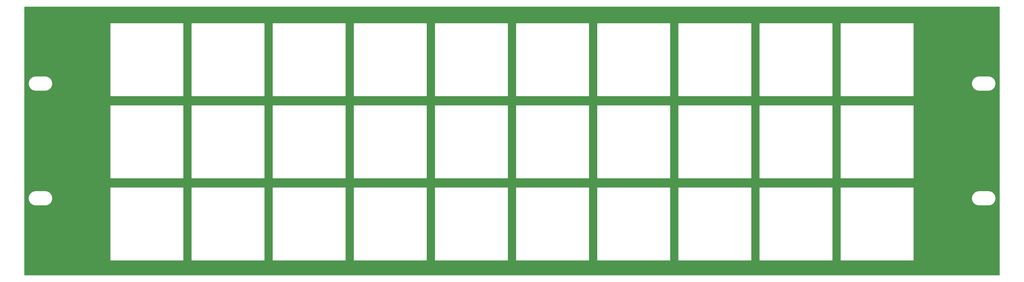
<source format=gbl>
G04 Layer: BottomLayer*
G04 EasyEDA v6.5.34, 2023-08-21 18:11:39*
G04 7281ce948e4441dfa34a971b937f5717,5a6b42c53f6a479593ecc07194224c93,10*
G04 Gerber Generator version 0.2*
G04 Scale: 100 percent, Rotated: No, Reflected: No *
G04 Dimensions in millimeters *
G04 leading zeros omitted , absolute positions ,4 integer and 5 decimal *
%FSLAX45Y45*%
%MOMM*%

%ADD10C,3.0000*%

%LPD*%
G36*
X22098Y0D02*
G01*
X18186Y762D01*
X14935Y2997D01*
X12700Y6248D01*
X11938Y10160D01*
X11938Y13277850D01*
X12700Y13281761D01*
X14935Y13285063D01*
X18186Y13287248D01*
X22098Y13288010D01*
X48241915Y13288010D01*
X48245776Y13287248D01*
X48249078Y13285063D01*
X48251262Y13281761D01*
X48252075Y13277850D01*
X48252075Y10160D01*
X48251262Y6248D01*
X48249078Y2997D01*
X48245776Y762D01*
X48241915Y0D01*
G37*

%LPC*%
G36*
X36398758Y4800092D02*
G01*
X39953641Y4800092D01*
X39959940Y4800803D01*
X39965426Y4802733D01*
X39970303Y4805781D01*
X39974418Y4809896D01*
X39977466Y4814773D01*
X39979396Y4820259D01*
X39980108Y4826558D01*
X39980108Y8381441D01*
X39979396Y8387740D01*
X39977466Y8393226D01*
X39974418Y8398103D01*
X39970303Y8402218D01*
X39965426Y8405266D01*
X39959940Y8407196D01*
X39953641Y8407908D01*
X36398758Y8407908D01*
X36392459Y8407196D01*
X36386973Y8405266D01*
X36382096Y8402218D01*
X36377981Y8398103D01*
X36374933Y8393226D01*
X36373003Y8387740D01*
X36372292Y8381441D01*
X36372292Y4826558D01*
X36373003Y4820259D01*
X36374933Y4814773D01*
X36377981Y4809896D01*
X36382096Y4805781D01*
X36386973Y4802733D01*
X36392459Y4800803D01*
G37*
G36*
X20345958Y736092D02*
G01*
X23900841Y736092D01*
X23907140Y736803D01*
X23912626Y738682D01*
X23917503Y741781D01*
X23921618Y745896D01*
X23924666Y750773D01*
X23926596Y756259D01*
X23927308Y762558D01*
X23927308Y4317441D01*
X23926596Y4323740D01*
X23924666Y4329226D01*
X23921618Y4334103D01*
X23917503Y4338218D01*
X23912626Y4341266D01*
X23907140Y4343196D01*
X23900841Y4343908D01*
X20345958Y4343908D01*
X20339659Y4343196D01*
X20334173Y4341266D01*
X20329296Y4338218D01*
X20325181Y4334103D01*
X20322133Y4329226D01*
X20320203Y4323740D01*
X20319492Y4317441D01*
X20319492Y762558D01*
X20320203Y756259D01*
X20322133Y750773D01*
X20325181Y745896D01*
X20329296Y741781D01*
X20334173Y738682D01*
X20339659Y736803D01*
G37*
G36*
X28372358Y736092D02*
G01*
X31927241Y736092D01*
X31933540Y736803D01*
X31939026Y738733D01*
X31943903Y741781D01*
X31948018Y745896D01*
X31951066Y750773D01*
X31952996Y756259D01*
X31953708Y762558D01*
X31953708Y4317441D01*
X31952996Y4323740D01*
X31951066Y4329226D01*
X31948018Y4334103D01*
X31943903Y4338218D01*
X31939026Y4341266D01*
X31933540Y4343196D01*
X31927241Y4343908D01*
X28372358Y4343908D01*
X28366059Y4343196D01*
X28360573Y4341266D01*
X28355696Y4338218D01*
X28351581Y4334103D01*
X28348533Y4329226D01*
X28346603Y4323740D01*
X28345892Y4317441D01*
X28345892Y762558D01*
X28346603Y756259D01*
X28348533Y750773D01*
X28351581Y745896D01*
X28355696Y741781D01*
X28360573Y738733D01*
X28366059Y736803D01*
G37*
G36*
X16332758Y736092D02*
G01*
X19887641Y736092D01*
X19893940Y736803D01*
X19899426Y738682D01*
X19904303Y741781D01*
X19908418Y745896D01*
X19911466Y750773D01*
X19913396Y756259D01*
X19914108Y762558D01*
X19914108Y4317441D01*
X19913396Y4323740D01*
X19911466Y4329226D01*
X19908418Y4334103D01*
X19904303Y4338218D01*
X19899426Y4341266D01*
X19893940Y4343196D01*
X19887641Y4343908D01*
X16332758Y4343908D01*
X16326459Y4343196D01*
X16320973Y4341266D01*
X16316096Y4338218D01*
X16311981Y4334103D01*
X16308933Y4329226D01*
X16307003Y4323740D01*
X16306292Y4317441D01*
X16306292Y762558D01*
X16307003Y756259D01*
X16308933Y750773D01*
X16311981Y745896D01*
X16316096Y741781D01*
X16320973Y738682D01*
X16326459Y736803D01*
G37*
G36*
X32385558Y736092D02*
G01*
X35940441Y736092D01*
X35946740Y736803D01*
X35952226Y738733D01*
X35957103Y741781D01*
X35961218Y745896D01*
X35964266Y750773D01*
X35966196Y756259D01*
X35966908Y762558D01*
X35966908Y4317441D01*
X35966196Y4323740D01*
X35964266Y4329226D01*
X35961218Y4334103D01*
X35957103Y4338218D01*
X35952226Y4341266D01*
X35946740Y4343196D01*
X35940441Y4343908D01*
X32385558Y4343908D01*
X32379259Y4343196D01*
X32373773Y4341266D01*
X32368896Y4338218D01*
X32364781Y4334103D01*
X32361733Y4329226D01*
X32359803Y4323740D01*
X32359092Y4317441D01*
X32359092Y762558D01*
X32359803Y756259D01*
X32361733Y750773D01*
X32364781Y745896D01*
X32368896Y741781D01*
X32373773Y738733D01*
X32379259Y736803D01*
G37*
G36*
X12319558Y736092D02*
G01*
X15874441Y736092D01*
X15880740Y736803D01*
X15886226Y738682D01*
X15891103Y741781D01*
X15895218Y745896D01*
X15898266Y750773D01*
X15900196Y756259D01*
X15900907Y762558D01*
X15900907Y4317441D01*
X15900196Y4323740D01*
X15898266Y4329226D01*
X15895218Y4334103D01*
X15891103Y4338218D01*
X15886226Y4341266D01*
X15880740Y4343196D01*
X15874441Y4343908D01*
X12319558Y4343908D01*
X12313259Y4343196D01*
X12307773Y4341266D01*
X12302896Y4338218D01*
X12298781Y4334103D01*
X12295733Y4329226D01*
X12293803Y4323740D01*
X12293092Y4317441D01*
X12293092Y762558D01*
X12293803Y756259D01*
X12295733Y750773D01*
X12298781Y745896D01*
X12302896Y741781D01*
X12307773Y738682D01*
X12313259Y736803D01*
G37*
G36*
X36398758Y736092D02*
G01*
X39953641Y736092D01*
X39959940Y736803D01*
X39965426Y738733D01*
X39970303Y741781D01*
X39974418Y745896D01*
X39977466Y750773D01*
X39979396Y756259D01*
X39980108Y762558D01*
X39980108Y4317441D01*
X39979396Y4323740D01*
X39977466Y4329226D01*
X39974418Y4334103D01*
X39970303Y4338218D01*
X39965426Y4341266D01*
X39959940Y4343196D01*
X39953641Y4343908D01*
X36398758Y4343908D01*
X36392459Y4343196D01*
X36386973Y4341266D01*
X36382096Y4338218D01*
X36377981Y4334103D01*
X36374933Y4329226D01*
X36373003Y4323740D01*
X36372292Y4317441D01*
X36372292Y762558D01*
X36373003Y756259D01*
X36374933Y750773D01*
X36377981Y745896D01*
X36382096Y741781D01*
X36386973Y738733D01*
X36392459Y736803D01*
G37*
G36*
X8306358Y736092D02*
G01*
X11861241Y736092D01*
X11867540Y736803D01*
X11873026Y738682D01*
X11877903Y741781D01*
X11882018Y745896D01*
X11885066Y750773D01*
X11886996Y756259D01*
X11887708Y762558D01*
X11887708Y4317441D01*
X11886996Y4323740D01*
X11885066Y4329226D01*
X11882018Y4334103D01*
X11877903Y4338218D01*
X11873026Y4341266D01*
X11867540Y4343196D01*
X11861241Y4343908D01*
X8306358Y4343908D01*
X8300059Y4343196D01*
X8294573Y4341266D01*
X8289696Y4338218D01*
X8285581Y4334103D01*
X8282533Y4329226D01*
X8280603Y4323740D01*
X8279892Y4317441D01*
X8279892Y762558D01*
X8280603Y756259D01*
X8282533Y750773D01*
X8285581Y745896D01*
X8289696Y741781D01*
X8294573Y738682D01*
X8300059Y736803D01*
G37*
G36*
X40411958Y736092D02*
G01*
X43966841Y736092D01*
X43973140Y736803D01*
X43978626Y738733D01*
X43983503Y741781D01*
X43987618Y745896D01*
X43990666Y750773D01*
X43992596Y756259D01*
X43993308Y762558D01*
X43993308Y4317441D01*
X43992596Y4323740D01*
X43990666Y4329226D01*
X43987618Y4334103D01*
X43983503Y4338218D01*
X43978626Y4341266D01*
X43973140Y4343196D01*
X43966841Y4343908D01*
X40411958Y4343908D01*
X40405659Y4343196D01*
X40400173Y4341266D01*
X40395296Y4338218D01*
X40391181Y4334103D01*
X40388133Y4329226D01*
X40386203Y4323740D01*
X40385492Y4317441D01*
X40385492Y762558D01*
X40386203Y756259D01*
X40388133Y750773D01*
X40391181Y745896D01*
X40395296Y741781D01*
X40400173Y738733D01*
X40405659Y736803D01*
G37*
G36*
X4293158Y736092D02*
G01*
X7848041Y736092D01*
X7854340Y736803D01*
X7859826Y738682D01*
X7864703Y741781D01*
X7868818Y745896D01*
X7871866Y750773D01*
X7873796Y756259D01*
X7874508Y762558D01*
X7874508Y4317441D01*
X7873796Y4323740D01*
X7871866Y4329226D01*
X7868818Y4334103D01*
X7864703Y4338218D01*
X7859826Y4341266D01*
X7854340Y4343196D01*
X7848041Y4343908D01*
X4293158Y4343908D01*
X4286859Y4343196D01*
X4281373Y4341266D01*
X4276496Y4338218D01*
X4272381Y4334103D01*
X4269333Y4329226D01*
X4267403Y4323740D01*
X4266692Y4317441D01*
X4266692Y762558D01*
X4267403Y756259D01*
X4269333Y750773D01*
X4272381Y745896D01*
X4276496Y741781D01*
X4281373Y738682D01*
X4286859Y736803D01*
G37*
G36*
X47233687Y3458921D02*
G01*
X47238513Y3459073D01*
X47686061Y3459073D01*
X47690887Y3458921D01*
X47717151Y3459886D01*
X47743211Y3462832D01*
X47769018Y3467709D01*
X47794367Y3474516D01*
X47819157Y3483152D01*
X47843236Y3493668D01*
X47866452Y3505962D01*
X47888652Y3519932D01*
X47909784Y3535476D01*
X47929698Y3552647D01*
X47948291Y3571189D01*
X47965410Y3591102D01*
X47981006Y3612235D01*
X47994976Y3634435D01*
X48007219Y3657650D01*
X48017734Y3681729D01*
X48026421Y3706520D01*
X48033178Y3731869D01*
X48038054Y3757676D01*
X48041001Y3783787D01*
X48042017Y3810000D01*
X48041001Y3836212D01*
X48038054Y3862324D01*
X48033178Y3888130D01*
X48026421Y3913479D01*
X48017734Y3938270D01*
X48007219Y3962349D01*
X47994976Y3985564D01*
X47981006Y4007764D01*
X47965410Y4028897D01*
X47948291Y4048810D01*
X47929698Y4067352D01*
X47909784Y4084523D01*
X47888652Y4100068D01*
X47866452Y4114037D01*
X47843236Y4126331D01*
X47819157Y4136847D01*
X47794367Y4145483D01*
X47769018Y4152290D01*
X47743211Y4157167D01*
X47717151Y4160113D01*
X47690887Y4161078D01*
X47685401Y4160875D01*
X47239174Y4160875D01*
X47233687Y4161078D01*
X47207474Y4160113D01*
X47181363Y4157167D01*
X47155557Y4152290D01*
X47130208Y4145483D01*
X47105417Y4136847D01*
X47081338Y4126331D01*
X47058122Y4114037D01*
X47035923Y4100068D01*
X47014790Y4084523D01*
X46994876Y4067352D01*
X46976334Y4048810D01*
X46959215Y4028897D01*
X46943619Y4007764D01*
X46929649Y3985564D01*
X46917356Y3962349D01*
X46906891Y3938270D01*
X46898204Y3913479D01*
X46891397Y3888130D01*
X46886520Y3862324D01*
X46883574Y3836212D01*
X46882608Y3810000D01*
X46883574Y3783787D01*
X46886520Y3757676D01*
X46891397Y3731869D01*
X46898204Y3706520D01*
X46906891Y3681729D01*
X46917356Y3657650D01*
X46929649Y3634435D01*
X46943619Y3612235D01*
X46959215Y3591102D01*
X46976334Y3571189D01*
X46994876Y3552647D01*
X47014790Y3535476D01*
X47035923Y3519932D01*
X47058122Y3505962D01*
X47081338Y3493668D01*
X47105417Y3483152D01*
X47130208Y3474516D01*
X47155557Y3467709D01*
X47181363Y3462832D01*
X47207474Y3459886D01*
G37*
G36*
X579221Y9135821D02*
G01*
X583996Y9135973D01*
X1031951Y9135973D01*
X1036421Y9135821D01*
X1062634Y9136786D01*
X1088745Y9139732D01*
X1114501Y9144609D01*
X1139901Y9151416D01*
X1164691Y9160052D01*
X1188720Y9170568D01*
X1211935Y9182862D01*
X1234186Y9196832D01*
X1255318Y9212376D01*
X1275232Y9229547D01*
X1293774Y9248089D01*
X1310894Y9268002D01*
X1326489Y9289135D01*
X1340459Y9311335D01*
X1352753Y9334550D01*
X1363218Y9358630D01*
X1371904Y9383420D01*
X1378712Y9408769D01*
X1383588Y9434576D01*
X1386535Y9460687D01*
X1387500Y9486900D01*
X1386535Y9513112D01*
X1383588Y9539224D01*
X1378712Y9565030D01*
X1371904Y9590379D01*
X1363218Y9615170D01*
X1352753Y9639249D01*
X1340459Y9662464D01*
X1326489Y9684664D01*
X1310894Y9705797D01*
X1293774Y9725710D01*
X1275232Y9744252D01*
X1255318Y9761423D01*
X1234186Y9776968D01*
X1211935Y9790938D01*
X1188720Y9803231D01*
X1164691Y9813747D01*
X1139901Y9822383D01*
X1114501Y9829190D01*
X1088745Y9834067D01*
X1062634Y9837013D01*
X1036421Y9837978D01*
X1030884Y9837775D01*
X584708Y9837775D01*
X579221Y9837978D01*
X552958Y9837013D01*
X526846Y9834067D01*
X501091Y9829190D01*
X475691Y9822383D01*
X450951Y9813747D01*
X426872Y9803231D01*
X403656Y9790938D01*
X381406Y9776968D01*
X360273Y9761423D01*
X340410Y9744252D01*
X321818Y9725710D01*
X304698Y9705797D01*
X289102Y9684664D01*
X275132Y9662464D01*
X262890Y9639249D01*
X252374Y9615170D01*
X243687Y9590379D01*
X236880Y9565030D01*
X232003Y9539224D01*
X229057Y9513112D01*
X228092Y9486900D01*
X229057Y9460687D01*
X232003Y9434576D01*
X236880Y9408769D01*
X243687Y9383420D01*
X252374Y9358630D01*
X262890Y9334550D01*
X275132Y9311335D01*
X289102Y9289135D01*
X304698Y9268002D01*
X321818Y9248089D01*
X340410Y9229547D01*
X360273Y9212376D01*
X381406Y9196832D01*
X403656Y9182862D01*
X426872Y9170568D01*
X450951Y9160052D01*
X475691Y9151416D01*
X501091Y9144609D01*
X526846Y9139732D01*
X552958Y9136786D01*
G37*
G36*
X579221Y3458921D02*
G01*
X583996Y3459073D01*
X1031595Y3459073D01*
X1036421Y3458921D01*
X1062634Y3459886D01*
X1088745Y3462832D01*
X1114501Y3467709D01*
X1139901Y3474516D01*
X1164691Y3483152D01*
X1188720Y3493668D01*
X1211935Y3505962D01*
X1234186Y3519932D01*
X1255318Y3535476D01*
X1275232Y3552647D01*
X1293774Y3571189D01*
X1310894Y3591102D01*
X1326489Y3612235D01*
X1340459Y3634435D01*
X1352753Y3657650D01*
X1363218Y3681729D01*
X1371904Y3706520D01*
X1378712Y3731869D01*
X1383588Y3757676D01*
X1386535Y3783787D01*
X1387500Y3810000D01*
X1386535Y3836212D01*
X1383588Y3862324D01*
X1378712Y3888130D01*
X1371904Y3913479D01*
X1363218Y3938270D01*
X1352753Y3962349D01*
X1340459Y3985564D01*
X1326489Y4007764D01*
X1310894Y4028897D01*
X1293774Y4048810D01*
X1275232Y4067352D01*
X1255318Y4084523D01*
X1234186Y4100068D01*
X1211935Y4114037D01*
X1188720Y4126331D01*
X1164691Y4136847D01*
X1139901Y4145483D01*
X1114501Y4152290D01*
X1088745Y4157167D01*
X1062634Y4160113D01*
X1036421Y4161078D01*
X1030884Y4160875D01*
X584708Y4160875D01*
X579221Y4161078D01*
X552958Y4160113D01*
X526846Y4157167D01*
X501091Y4152290D01*
X475691Y4145483D01*
X450951Y4136847D01*
X426872Y4126331D01*
X403656Y4114037D01*
X381406Y4100068D01*
X360273Y4084523D01*
X340410Y4067352D01*
X321818Y4048810D01*
X304698Y4028897D01*
X289102Y4007764D01*
X275132Y3985564D01*
X262890Y3962349D01*
X252374Y3938270D01*
X243687Y3913479D01*
X236880Y3888130D01*
X232003Y3862324D01*
X229057Y3836212D01*
X228092Y3810000D01*
X229057Y3783787D01*
X232003Y3757676D01*
X236880Y3731869D01*
X243687Y3706520D01*
X252374Y3681729D01*
X262890Y3657650D01*
X275132Y3634435D01*
X289102Y3612235D01*
X304698Y3591102D01*
X321818Y3571189D01*
X340410Y3552647D01*
X360273Y3535476D01*
X381406Y3519932D01*
X403656Y3505962D01*
X426872Y3493668D01*
X450951Y3483152D01*
X475691Y3474516D01*
X501091Y3467709D01*
X526846Y3462832D01*
X552958Y3459886D01*
G37*
G36*
X47233687Y9135821D02*
G01*
X47238513Y9135973D01*
X47686061Y9135973D01*
X47690887Y9135821D01*
X47717151Y9136786D01*
X47743211Y9139732D01*
X47769018Y9144609D01*
X47794367Y9151416D01*
X47819157Y9160052D01*
X47843236Y9170568D01*
X47866452Y9182862D01*
X47888652Y9196832D01*
X47909784Y9212376D01*
X47929698Y9229547D01*
X47948291Y9248089D01*
X47965410Y9268002D01*
X47981006Y9289135D01*
X47994976Y9311335D01*
X48007219Y9334550D01*
X48017734Y9358630D01*
X48026421Y9383420D01*
X48033178Y9408769D01*
X48038054Y9434576D01*
X48041001Y9460687D01*
X48042017Y9486900D01*
X48041001Y9513112D01*
X48038054Y9539224D01*
X48033178Y9565030D01*
X48026421Y9590379D01*
X48017734Y9615170D01*
X48007219Y9639249D01*
X47994976Y9662464D01*
X47981006Y9684664D01*
X47965410Y9705797D01*
X47948291Y9725710D01*
X47929698Y9744252D01*
X47909784Y9761423D01*
X47888652Y9776968D01*
X47866452Y9790938D01*
X47843236Y9803231D01*
X47819157Y9813747D01*
X47794367Y9822383D01*
X47769018Y9829190D01*
X47743211Y9834067D01*
X47717151Y9837013D01*
X47690887Y9837978D01*
X47685401Y9837775D01*
X47239174Y9837775D01*
X47233687Y9837978D01*
X47207474Y9837013D01*
X47181363Y9834067D01*
X47155557Y9829190D01*
X47130208Y9822383D01*
X47105417Y9813747D01*
X47081338Y9803231D01*
X47058122Y9790938D01*
X47035923Y9776968D01*
X47014790Y9761423D01*
X46994876Y9744252D01*
X46976334Y9725710D01*
X46959215Y9705797D01*
X46943619Y9684664D01*
X46929649Y9662464D01*
X46917356Y9639249D01*
X46906891Y9615170D01*
X46898204Y9590379D01*
X46891397Y9565030D01*
X46886520Y9539224D01*
X46883574Y9513112D01*
X46882608Y9486900D01*
X46883574Y9460687D01*
X46886520Y9434576D01*
X46891397Y9408769D01*
X46898204Y9383420D01*
X46906891Y9358630D01*
X46917356Y9334550D01*
X46929649Y9311335D01*
X46943619Y9289135D01*
X46959215Y9268002D01*
X46976334Y9248089D01*
X46994876Y9229547D01*
X47014790Y9212376D01*
X47035923Y9196832D01*
X47058122Y9182862D01*
X47081338Y9170568D01*
X47105417Y9160052D01*
X47130208Y9151416D01*
X47155557Y9144609D01*
X47181363Y9139732D01*
X47207474Y9136786D01*
G37*
G36*
X24359158Y8864092D02*
G01*
X27914041Y8864092D01*
X27920340Y8864803D01*
X27925826Y8866733D01*
X27930703Y8869781D01*
X27934818Y8873896D01*
X27937866Y8878773D01*
X27939796Y8884259D01*
X27940508Y8890558D01*
X27940508Y12445441D01*
X27939796Y12451740D01*
X27937866Y12457226D01*
X27934818Y12462103D01*
X27930703Y12466218D01*
X27925826Y12469266D01*
X27920340Y12471196D01*
X27914041Y12471908D01*
X24359158Y12471908D01*
X24352859Y12471196D01*
X24347373Y12469266D01*
X24342496Y12466218D01*
X24338381Y12462103D01*
X24335333Y12457226D01*
X24333403Y12451740D01*
X24332692Y12445441D01*
X24332692Y8890558D01*
X24333403Y8884259D01*
X24335333Y8878773D01*
X24338381Y8873896D01*
X24342496Y8869781D01*
X24347373Y8866733D01*
X24352859Y8864803D01*
G37*
G36*
X20345958Y8864092D02*
G01*
X23900841Y8864092D01*
X23907140Y8864803D01*
X23912626Y8866682D01*
X23917503Y8869781D01*
X23921618Y8873896D01*
X23924666Y8878773D01*
X23926596Y8884259D01*
X23927308Y8890558D01*
X23927308Y12445441D01*
X23926596Y12451740D01*
X23924666Y12457226D01*
X23921618Y12462103D01*
X23917503Y12466218D01*
X23912626Y12469266D01*
X23907140Y12471196D01*
X23900841Y12471908D01*
X20345958Y12471908D01*
X20339659Y12471196D01*
X20334173Y12469266D01*
X20329296Y12466218D01*
X20325181Y12462103D01*
X20322133Y12457226D01*
X20320203Y12451740D01*
X20319492Y12445441D01*
X20319492Y8890558D01*
X20320203Y8884259D01*
X20322133Y8878773D01*
X20325181Y8873896D01*
X20329296Y8869781D01*
X20334173Y8866682D01*
X20339659Y8864803D01*
G37*
G36*
X28372358Y4800092D02*
G01*
X31927241Y4800092D01*
X31933540Y4800803D01*
X31939026Y4802733D01*
X31943903Y4805781D01*
X31948018Y4809896D01*
X31951066Y4814773D01*
X31952996Y4820259D01*
X31953708Y4826558D01*
X31953708Y8381441D01*
X31952996Y8387740D01*
X31951066Y8393226D01*
X31948018Y8398103D01*
X31943903Y8402218D01*
X31939026Y8405266D01*
X31933540Y8407196D01*
X31927241Y8407908D01*
X28372358Y8407908D01*
X28366059Y8407196D01*
X28360573Y8405266D01*
X28355696Y8402218D01*
X28351581Y8398103D01*
X28348533Y8393226D01*
X28346603Y8387740D01*
X28345892Y8381441D01*
X28345892Y4826558D01*
X28346603Y4820259D01*
X28348533Y4814773D01*
X28351581Y4809896D01*
X28355696Y4805781D01*
X28360573Y4802733D01*
X28366059Y4800803D01*
G37*
G36*
X16332758Y4800092D02*
G01*
X19887641Y4800092D01*
X19893940Y4800803D01*
X19899426Y4802682D01*
X19904303Y4805781D01*
X19908418Y4809896D01*
X19911466Y4814773D01*
X19913396Y4820259D01*
X19914108Y4826558D01*
X19914108Y8381441D01*
X19913396Y8387740D01*
X19911466Y8393226D01*
X19908418Y8398103D01*
X19904303Y8402218D01*
X19899426Y8405266D01*
X19893940Y8407196D01*
X19887641Y8407908D01*
X16332758Y8407908D01*
X16326459Y8407196D01*
X16320973Y8405266D01*
X16316096Y8402218D01*
X16311981Y8398103D01*
X16308933Y8393226D01*
X16307003Y8387740D01*
X16306292Y8381441D01*
X16306292Y4826558D01*
X16307003Y4820259D01*
X16308933Y4814773D01*
X16311981Y4809896D01*
X16316096Y4805781D01*
X16320973Y4802682D01*
X16326459Y4800803D01*
G37*
G36*
X32385558Y4800092D02*
G01*
X35940441Y4800092D01*
X35946740Y4800803D01*
X35952226Y4802733D01*
X35957103Y4805781D01*
X35961218Y4809896D01*
X35964266Y4814773D01*
X35966196Y4820259D01*
X35966908Y4826558D01*
X35966908Y8381441D01*
X35966196Y8387740D01*
X35964266Y8393226D01*
X35961218Y8398103D01*
X35957103Y8402218D01*
X35952226Y8405266D01*
X35946740Y8407196D01*
X35940441Y8407908D01*
X32385558Y8407908D01*
X32379259Y8407196D01*
X32373773Y8405266D01*
X32368896Y8402218D01*
X32364781Y8398103D01*
X32361733Y8393226D01*
X32359803Y8387740D01*
X32359092Y8381441D01*
X32359092Y4826558D01*
X32359803Y4820259D01*
X32361733Y4814773D01*
X32364781Y4809896D01*
X32368896Y4805781D01*
X32373773Y4802733D01*
X32379259Y4800803D01*
G37*
G36*
X12319558Y4800092D02*
G01*
X15874441Y4800092D01*
X15880740Y4800803D01*
X15886226Y4802682D01*
X15891103Y4805781D01*
X15895218Y4809896D01*
X15898266Y4814773D01*
X15900196Y4820259D01*
X15900907Y4826558D01*
X15900907Y8381441D01*
X15900196Y8387740D01*
X15898266Y8393226D01*
X15895218Y8398103D01*
X15891103Y8402218D01*
X15886226Y8405266D01*
X15880740Y8407196D01*
X15874441Y8407908D01*
X12319558Y8407908D01*
X12313259Y8407196D01*
X12307773Y8405266D01*
X12302896Y8402218D01*
X12298781Y8398103D01*
X12295733Y8393226D01*
X12293803Y8387740D01*
X12293092Y8381441D01*
X12293092Y4826558D01*
X12293803Y4820259D01*
X12295733Y4814773D01*
X12298781Y4809896D01*
X12302896Y4805781D01*
X12307773Y4802682D01*
X12313259Y4800803D01*
G37*
G36*
X24359158Y736092D02*
G01*
X27914041Y736092D01*
X27920340Y736803D01*
X27925826Y738733D01*
X27930703Y741781D01*
X27934818Y745896D01*
X27937866Y750773D01*
X27939796Y756259D01*
X27940508Y762558D01*
X27940508Y4317441D01*
X27939796Y4323740D01*
X27937866Y4329226D01*
X27934818Y4334103D01*
X27930703Y4338218D01*
X27925826Y4341266D01*
X27920340Y4343196D01*
X27914041Y4343908D01*
X24359158Y4343908D01*
X24352859Y4343196D01*
X24347373Y4341266D01*
X24342496Y4338218D01*
X24338381Y4334103D01*
X24335333Y4329226D01*
X24333403Y4323740D01*
X24332692Y4317441D01*
X24332692Y762558D01*
X24333403Y756259D01*
X24335333Y750773D01*
X24338381Y745896D01*
X24342496Y741781D01*
X24347373Y738733D01*
X24352859Y736803D01*
G37*
G36*
X8306358Y4800092D02*
G01*
X11861241Y4800092D01*
X11867540Y4800803D01*
X11873026Y4802682D01*
X11877903Y4805781D01*
X11882018Y4809896D01*
X11885066Y4814773D01*
X11886996Y4820259D01*
X11887708Y4826558D01*
X11887708Y8381441D01*
X11886996Y8387740D01*
X11885066Y8393226D01*
X11882018Y8398103D01*
X11877903Y8402218D01*
X11873026Y8405266D01*
X11867540Y8407196D01*
X11861241Y8407908D01*
X8306358Y8407908D01*
X8300059Y8407196D01*
X8294573Y8405266D01*
X8289696Y8402218D01*
X8285581Y8398103D01*
X8282533Y8393226D01*
X8280603Y8387740D01*
X8279892Y8381441D01*
X8279892Y4826558D01*
X8280603Y4820259D01*
X8282533Y4814773D01*
X8285581Y4809896D01*
X8289696Y4805781D01*
X8294573Y4802682D01*
X8300059Y4800803D01*
G37*
G36*
X20345958Y4800092D02*
G01*
X23900841Y4800092D01*
X23907140Y4800803D01*
X23912626Y4802682D01*
X23917503Y4805781D01*
X23921618Y4809896D01*
X23924666Y4814773D01*
X23926596Y4820259D01*
X23927308Y4826558D01*
X23927308Y8381441D01*
X23926596Y8387740D01*
X23924666Y8393226D01*
X23921618Y8398103D01*
X23917503Y8402218D01*
X23912626Y8405266D01*
X23907140Y8407196D01*
X23900841Y8407908D01*
X20345958Y8407908D01*
X20339659Y8407196D01*
X20334173Y8405266D01*
X20329296Y8402218D01*
X20325181Y8398103D01*
X20322133Y8393226D01*
X20320203Y8387740D01*
X20319492Y8381441D01*
X20319492Y4826558D01*
X20320203Y4820259D01*
X20322133Y4814773D01*
X20325181Y4809896D01*
X20329296Y4805781D01*
X20334173Y4802682D01*
X20339659Y4800803D01*
G37*
G36*
X24359158Y4800092D02*
G01*
X27914041Y4800092D01*
X27920340Y4800803D01*
X27925826Y4802733D01*
X27930703Y4805781D01*
X27934818Y4809896D01*
X27937866Y4814773D01*
X27939796Y4820259D01*
X27940508Y4826558D01*
X27940508Y8381441D01*
X27939796Y8387740D01*
X27937866Y8393226D01*
X27934818Y8398103D01*
X27930703Y8402218D01*
X27925826Y8405266D01*
X27920340Y8407196D01*
X27914041Y8407908D01*
X24359158Y8407908D01*
X24352859Y8407196D01*
X24347373Y8405266D01*
X24342496Y8402218D01*
X24338381Y8398103D01*
X24335333Y8393226D01*
X24333403Y8387740D01*
X24332692Y8381441D01*
X24332692Y4826558D01*
X24333403Y4820259D01*
X24335333Y4814773D01*
X24338381Y4809896D01*
X24342496Y4805781D01*
X24347373Y4802733D01*
X24352859Y4800803D01*
G37*
G36*
X40411958Y4800092D02*
G01*
X43966841Y4800092D01*
X43973140Y4800803D01*
X43978626Y4802733D01*
X43983503Y4805781D01*
X43987618Y4809896D01*
X43990666Y4814773D01*
X43992596Y4820259D01*
X43993308Y4826558D01*
X43993308Y8381441D01*
X43992596Y8387740D01*
X43990666Y8393226D01*
X43987618Y8398103D01*
X43983503Y8402218D01*
X43978626Y8405266D01*
X43973140Y8407196D01*
X43966841Y8407908D01*
X40411958Y8407908D01*
X40405659Y8407196D01*
X40400173Y8405266D01*
X40395296Y8402218D01*
X40391181Y8398103D01*
X40388133Y8393226D01*
X40386203Y8387740D01*
X40385492Y8381441D01*
X40385492Y4826558D01*
X40386203Y4820259D01*
X40388133Y4814773D01*
X40391181Y4809896D01*
X40395296Y4805781D01*
X40400173Y4802733D01*
X40405659Y4800803D01*
G37*
G36*
X4293158Y4800092D02*
G01*
X7848041Y4800092D01*
X7854340Y4800803D01*
X7859826Y4802682D01*
X7864703Y4805781D01*
X7868818Y4809896D01*
X7871866Y4814773D01*
X7873796Y4820259D01*
X7874508Y4826558D01*
X7874508Y8381441D01*
X7873796Y8387740D01*
X7871866Y8393226D01*
X7868818Y8398103D01*
X7864703Y8402218D01*
X7859826Y8405266D01*
X7854340Y8407196D01*
X7848041Y8407908D01*
X4293158Y8407908D01*
X4286859Y8407196D01*
X4281373Y8405266D01*
X4276496Y8402218D01*
X4272381Y8398103D01*
X4269333Y8393226D01*
X4267403Y8387740D01*
X4266692Y8381441D01*
X4266692Y4826558D01*
X4267403Y4820259D01*
X4269333Y4814773D01*
X4272381Y4809896D01*
X4276496Y4805781D01*
X4281373Y4802682D01*
X4286859Y4800803D01*
G37*
G36*
X28372358Y8864092D02*
G01*
X31927241Y8864092D01*
X31933540Y8864803D01*
X31939026Y8866733D01*
X31943903Y8869781D01*
X31948018Y8873896D01*
X31951066Y8878773D01*
X31952996Y8884259D01*
X31953708Y8890558D01*
X31953708Y12445441D01*
X31952996Y12451740D01*
X31951066Y12457226D01*
X31948018Y12462103D01*
X31943903Y12466218D01*
X31939026Y12469266D01*
X31933540Y12471196D01*
X31927241Y12471908D01*
X28372358Y12471908D01*
X28366059Y12471196D01*
X28360573Y12469266D01*
X28355696Y12466218D01*
X28351581Y12462103D01*
X28348533Y12457226D01*
X28346603Y12451740D01*
X28345892Y12445441D01*
X28345892Y8890558D01*
X28346603Y8884259D01*
X28348533Y8878773D01*
X28351581Y8873896D01*
X28355696Y8869781D01*
X28360573Y8866733D01*
X28366059Y8864803D01*
G37*
G36*
X16332758Y8864092D02*
G01*
X19887641Y8864092D01*
X19893940Y8864803D01*
X19899426Y8866682D01*
X19904303Y8869781D01*
X19908418Y8873896D01*
X19911466Y8878773D01*
X19913396Y8884259D01*
X19914108Y8890558D01*
X19914108Y12445441D01*
X19913396Y12451740D01*
X19911466Y12457226D01*
X19908418Y12462103D01*
X19904303Y12466218D01*
X19899426Y12469266D01*
X19893940Y12471196D01*
X19887641Y12471908D01*
X16332758Y12471908D01*
X16326459Y12471196D01*
X16320973Y12469266D01*
X16316096Y12466218D01*
X16311981Y12462103D01*
X16308933Y12457226D01*
X16307003Y12451740D01*
X16306292Y12445441D01*
X16306292Y8890558D01*
X16307003Y8884259D01*
X16308933Y8878773D01*
X16311981Y8873896D01*
X16316096Y8869781D01*
X16320973Y8866682D01*
X16326459Y8864803D01*
G37*
G36*
X32385558Y8864092D02*
G01*
X35940441Y8864092D01*
X35946740Y8864803D01*
X35952226Y8866733D01*
X35957103Y8869781D01*
X35961218Y8873896D01*
X35964266Y8878773D01*
X35966196Y8884259D01*
X35966908Y8890558D01*
X35966908Y12445441D01*
X35966196Y12451740D01*
X35964266Y12457226D01*
X35961218Y12462103D01*
X35957103Y12466218D01*
X35952226Y12469266D01*
X35946740Y12471196D01*
X35940441Y12471908D01*
X32385558Y12471908D01*
X32379259Y12471196D01*
X32373773Y12469266D01*
X32368896Y12466218D01*
X32364781Y12462103D01*
X32361733Y12457226D01*
X32359803Y12451740D01*
X32359092Y12445441D01*
X32359092Y8890558D01*
X32359803Y8884259D01*
X32361733Y8878773D01*
X32364781Y8873896D01*
X32368896Y8869781D01*
X32373773Y8866733D01*
X32379259Y8864803D01*
G37*
G36*
X12319558Y8864092D02*
G01*
X15874441Y8864092D01*
X15880740Y8864803D01*
X15886226Y8866682D01*
X15891103Y8869781D01*
X15895218Y8873896D01*
X15898266Y8878773D01*
X15900196Y8884259D01*
X15900907Y8890558D01*
X15900907Y12445441D01*
X15900196Y12451740D01*
X15898266Y12457226D01*
X15895218Y12462103D01*
X15891103Y12466218D01*
X15886226Y12469266D01*
X15880740Y12471196D01*
X15874441Y12471908D01*
X12319558Y12471908D01*
X12313259Y12471196D01*
X12307773Y12469266D01*
X12302896Y12466218D01*
X12298781Y12462103D01*
X12295733Y12457226D01*
X12293803Y12451740D01*
X12293092Y12445441D01*
X12293092Y8890558D01*
X12293803Y8884259D01*
X12295733Y8878773D01*
X12298781Y8873896D01*
X12302896Y8869781D01*
X12307773Y8866682D01*
X12313259Y8864803D01*
G37*
G36*
X36398758Y8864092D02*
G01*
X39953641Y8864092D01*
X39959940Y8864803D01*
X39965426Y8866733D01*
X39970303Y8869781D01*
X39974418Y8873896D01*
X39977466Y8878773D01*
X39979396Y8884259D01*
X39980108Y8890558D01*
X39980108Y12445441D01*
X39979396Y12451740D01*
X39977466Y12457226D01*
X39974418Y12462103D01*
X39970303Y12466218D01*
X39965426Y12469266D01*
X39959940Y12471196D01*
X39953641Y12471908D01*
X36398758Y12471908D01*
X36392459Y12471196D01*
X36386973Y12469266D01*
X36382096Y12466218D01*
X36377981Y12462103D01*
X36374933Y12457226D01*
X36373003Y12451740D01*
X36372292Y12445441D01*
X36372292Y8890558D01*
X36373003Y8884259D01*
X36374933Y8878773D01*
X36377981Y8873896D01*
X36382096Y8869781D01*
X36386973Y8866733D01*
X36392459Y8864803D01*
G37*
G36*
X8306358Y8864092D02*
G01*
X11861241Y8864092D01*
X11867540Y8864803D01*
X11873026Y8866682D01*
X11877903Y8869781D01*
X11882018Y8873896D01*
X11885066Y8878773D01*
X11886996Y8884259D01*
X11887708Y8890558D01*
X11887708Y12445441D01*
X11886996Y12451740D01*
X11885066Y12457226D01*
X11882018Y12462103D01*
X11877903Y12466218D01*
X11873026Y12469266D01*
X11867540Y12471196D01*
X11861241Y12471908D01*
X8306358Y12471908D01*
X8300059Y12471196D01*
X8294573Y12469266D01*
X8289696Y12466218D01*
X8285581Y12462103D01*
X8282533Y12457226D01*
X8280603Y12451740D01*
X8279892Y12445441D01*
X8279892Y8890558D01*
X8280603Y8884259D01*
X8282533Y8878773D01*
X8285581Y8873896D01*
X8289696Y8869781D01*
X8294573Y8866682D01*
X8300059Y8864803D01*
G37*
G36*
X40411958Y8864092D02*
G01*
X43966841Y8864092D01*
X43973140Y8864803D01*
X43978626Y8866733D01*
X43983503Y8869781D01*
X43987618Y8873896D01*
X43990666Y8878773D01*
X43992596Y8884259D01*
X43993308Y8890558D01*
X43993308Y12445441D01*
X43992596Y12451740D01*
X43990666Y12457226D01*
X43987618Y12462103D01*
X43983503Y12466218D01*
X43978626Y12469266D01*
X43973140Y12471196D01*
X43966841Y12471908D01*
X40411958Y12471908D01*
X40405659Y12471196D01*
X40400173Y12469266D01*
X40395296Y12466218D01*
X40391181Y12462103D01*
X40388133Y12457226D01*
X40386203Y12451740D01*
X40385492Y12445441D01*
X40385492Y8890558D01*
X40386203Y8884259D01*
X40388133Y8878773D01*
X40391181Y8873896D01*
X40395296Y8869781D01*
X40400173Y8866733D01*
X40405659Y8864803D01*
G37*
G36*
X4293158Y8864092D02*
G01*
X7848041Y8864092D01*
X7854340Y8864803D01*
X7859826Y8866682D01*
X7864703Y8869781D01*
X7868818Y8873896D01*
X7871866Y8878773D01*
X7873796Y8884259D01*
X7874508Y8890558D01*
X7874508Y12445441D01*
X7873796Y12451740D01*
X7871866Y12457226D01*
X7868818Y12462103D01*
X7864703Y12466218D01*
X7859826Y12469266D01*
X7854340Y12471196D01*
X7848041Y12471908D01*
X4293158Y12471908D01*
X4286859Y12471196D01*
X4281373Y12469266D01*
X4276496Y12466218D01*
X4272381Y12462103D01*
X4269333Y12457226D01*
X4267403Y12451740D01*
X4266692Y12445441D01*
X4266692Y8890558D01*
X4267403Y8884259D01*
X4269333Y8878773D01*
X4272381Y8873896D01*
X4276496Y8869781D01*
X4281373Y8866682D01*
X4286859Y8864803D01*
G37*

%LPD*%
D10*
G01*
X2794000Y279400D03*
G01*
X2794000Y13004774D03*
G01*
X45466010Y279400D03*
G01*
X45466000Y13004774D03*
G01*
X24129951Y13004774D03*
G01*
X24129951Y279400D03*
G01*
X45465908Y8191489D03*
G01*
X45465908Y5016489D03*
G01*
X2793898Y5016489D03*
G01*
X2793900Y8191489D03*
M02*

</source>
